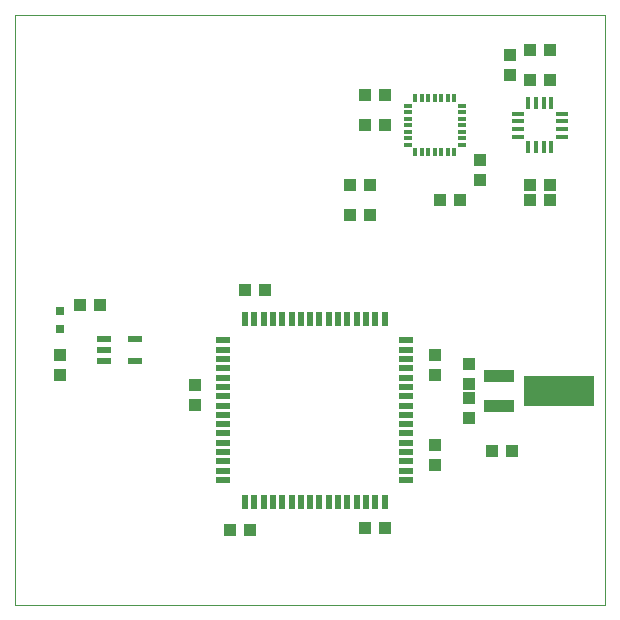
<source format=gtp>
G75*
G70*
%OFA0B0*%
%FSLAX24Y24*%
%IPPOS*%
%LPD*%
%AMOC8*
5,1,8,0,0,1.08239X$1,22.5*
%
%ADD10C,0.0000*%
%ADD11R,0.0276X0.0157*%
%ADD12R,0.0157X0.0276*%
%ADD13R,0.0394X0.0157*%
%ADD14R,0.0157X0.0394*%
%ADD15R,0.0433X0.0394*%
%ADD16R,0.0394X0.0433*%
%ADD17R,0.0472X0.0217*%
%ADD18R,0.0315X0.0315*%
%ADD19R,0.0470X0.0220*%
%ADD20R,0.0220X0.0470*%
%ADD21R,0.0984X0.0394*%
%ADD22R,0.2362X0.0984*%
D10*
X001194Y002069D02*
X020879Y002069D01*
X020879Y021754D01*
X001194Y021754D01*
X001194Y002069D01*
D11*
X014288Y017419D03*
X014288Y017636D03*
X014288Y017852D03*
X014288Y018069D03*
X014288Y018285D03*
X014288Y018502D03*
X014288Y018718D03*
X016099Y018718D03*
X016099Y018502D03*
X016099Y018285D03*
X016099Y018069D03*
X016099Y017852D03*
X016099Y017636D03*
X016099Y017419D03*
D12*
X015843Y017163D03*
X015627Y017163D03*
X015410Y017163D03*
X015194Y017163D03*
X014977Y017163D03*
X014761Y017163D03*
X014544Y017163D03*
X014544Y018974D03*
X014761Y018974D03*
X014977Y018974D03*
X015194Y018974D03*
X015410Y018974D03*
X015627Y018974D03*
X015843Y018974D03*
D13*
X017965Y018453D03*
X017965Y018197D03*
X017965Y017941D03*
X017965Y017685D03*
X019422Y017685D03*
X019422Y017941D03*
X019422Y018197D03*
X019422Y018453D03*
D14*
X019078Y018797D03*
X018822Y018797D03*
X018566Y018797D03*
X018310Y018797D03*
X018310Y017340D03*
X018566Y017340D03*
X018822Y017340D03*
X019078Y017340D03*
D15*
X019028Y016069D03*
X019028Y015569D03*
X018359Y015569D03*
X018359Y016069D03*
X016028Y015569D03*
X015359Y015569D03*
X013028Y016069D03*
X012359Y016069D03*
X012359Y015069D03*
X013028Y015069D03*
X012859Y018069D03*
X013528Y018069D03*
X013528Y019069D03*
X012859Y019069D03*
X018359Y019569D03*
X019028Y019569D03*
X019028Y020569D03*
X018359Y020569D03*
X009528Y012569D03*
X008859Y012569D03*
X004028Y012069D03*
X003359Y012069D03*
X008359Y004569D03*
X009028Y004569D03*
X012859Y004631D03*
X013528Y004631D03*
X017109Y007194D03*
X017778Y007194D03*
D16*
X016350Y008297D03*
X016350Y008966D03*
X016350Y009453D03*
X016350Y010122D03*
X015194Y010403D03*
X015194Y009734D03*
X015194Y007403D03*
X015194Y006734D03*
X007194Y008734D03*
X007194Y009403D03*
X002694Y009734D03*
X002694Y010403D03*
X016694Y016234D03*
X016694Y016903D03*
X017694Y019734D03*
X017694Y020403D03*
D17*
X005206Y010943D03*
X005206Y010195D03*
X004182Y010195D03*
X004182Y010569D03*
X004182Y010943D03*
D18*
X002694Y011274D03*
X002694Y011864D03*
D19*
X008139Y010894D03*
X008139Y010584D03*
X008139Y010274D03*
X008139Y009964D03*
X008139Y009654D03*
X008139Y009344D03*
X008139Y009034D03*
X008139Y008724D03*
X008139Y008414D03*
X008139Y008104D03*
X008139Y007794D03*
X008139Y007484D03*
X008139Y007174D03*
X008139Y006864D03*
X008139Y006554D03*
X008139Y006244D03*
X014249Y006244D03*
X014249Y006554D03*
X014249Y006864D03*
X014249Y007174D03*
X014249Y007484D03*
X014249Y007794D03*
X014249Y008104D03*
X014249Y008414D03*
X014249Y008724D03*
X014249Y009034D03*
X014249Y009344D03*
X014249Y009654D03*
X014249Y009964D03*
X014249Y010274D03*
X014249Y010584D03*
X014249Y010894D03*
D20*
X013519Y011624D03*
X013209Y011624D03*
X012899Y011624D03*
X012589Y011624D03*
X012279Y011624D03*
X011969Y011624D03*
X011659Y011624D03*
X011349Y011624D03*
X011039Y011624D03*
X010729Y011624D03*
X010419Y011624D03*
X010109Y011624D03*
X009799Y011624D03*
X009489Y011624D03*
X009179Y011624D03*
X008869Y011624D03*
X008869Y005514D03*
X009179Y005514D03*
X009489Y005514D03*
X009799Y005514D03*
X010109Y005514D03*
X010419Y005514D03*
X010729Y005514D03*
X011039Y005514D03*
X011349Y005514D03*
X011659Y005514D03*
X011969Y005514D03*
X012279Y005514D03*
X012589Y005514D03*
X012899Y005514D03*
X013209Y005514D03*
X013519Y005514D03*
D21*
X017319Y008694D03*
X017319Y009694D03*
D22*
X019319Y009194D03*
M02*

</source>
